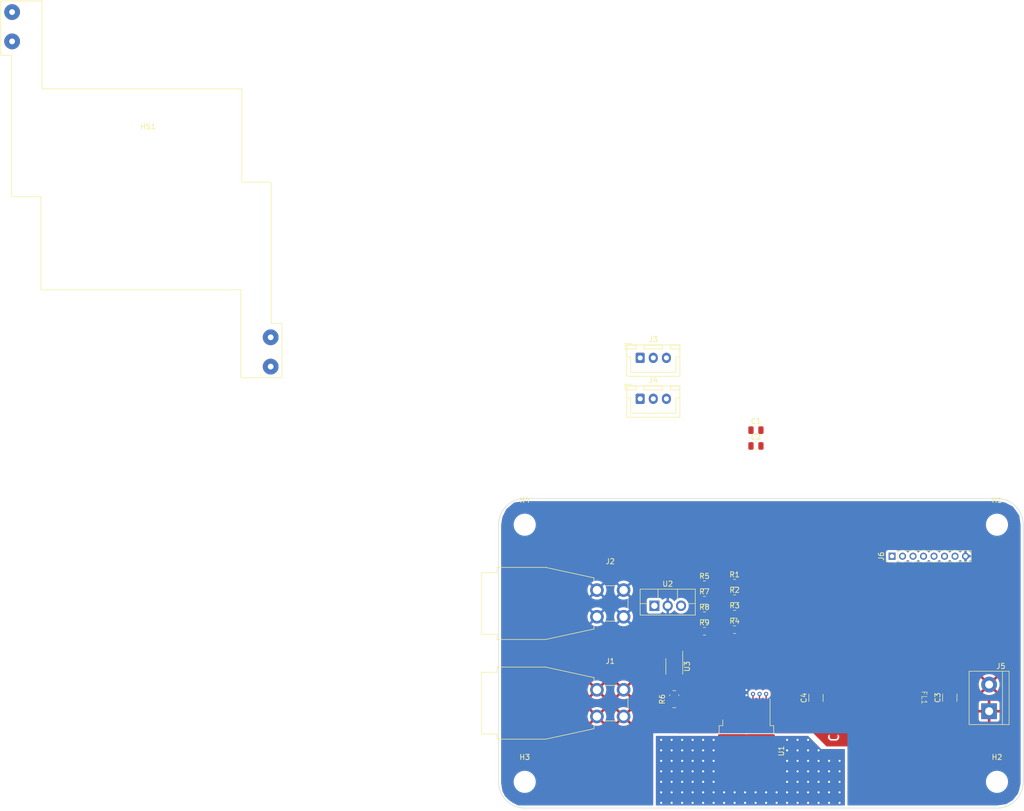
<source format=kicad_pcb>
(kicad_pcb (version 20221018) (generator pcbnew)
  (layers (0 "F.Cu" signal) (31 "B.Cu" signal) (34 "B.Paste" user) (35 "F.Paste" user) (36 "B.SilkS" user "B.Silkscreen") (37 "F.SilkS" user "F.Silkscreen") (38 "B.Mask" user) (39 "F.Mask" user) (44 "Edge.Cuts" user))
  (net 0 "")
  (net 1 "GND")
  (net 2 "+3.3V")
  (net 3 "Net-(J1-Pad1)")
  (net 4 "Net-(U1-Vin-)")
  (net 5 "Net-(U1-Vo)")
  (net 6 "+5V")
  (net 7 "Net-(J3-Pin_1)")
  (net 8 "Net-(J3-Pin_3)")
  (net 9 "Net-(U3-Vin+)")
  (net 10 "Net-(U3-Vin-)")
  (net 11 "/SDA")
  (net 12 "/SCL")
  (net 13 "/Alert")
  (net 14 "Net-(J4-Pin_1)")
  (net 15 "VCC")
  (net 17 "/ILim_set")
  (net 18 "Net-(J5-Pin_1)")
  (net 19 "Net-(J5-Pin_2)")
  (net 20 "/VLim_set")
  (net 21 "unconnected-(U1-EP-Pad8)")
  (footprint "Connector:CalTest_CT3151" (layer "F.Cu") (at 113.76 131.46)
    (fp_text reference "J1" (at 2.54 -5.46) (layer "F.SilkS"))
    (fp_text value "~")
    (fp_line (start -22.02 -3.33) (end -19.02 -3.33) (stroke (width 0.12)) (layer "F.SilkS"))
    (fp_line (start -22.02 8.41) (end -22.02 -3.33) (stroke (width 0.12)) (layer "F.SilkS"))
    (fp_line (start -19.02 -4.33) (end -9.79 -4.33) (stroke (width 0.12)) (layer "F.SilkS"))
    (fp_line (start -19.02 -3.33) (end -19.02 -4.33) (stroke (width 0.12)) (layer "F.SilkS"))
    (fp_line (start -19.02 8.41) (end -22.02 8.41) (stroke (width 0.12)) (layer "F.SilkS"))
    (fp_line (start -19.02 9.41) (end -19.02 8.41) (stroke (width 0.12)) (layer "F.SilkS"))
    (fp_line (start -9.79 -4.33) (end -0.561 -2.33) (stroke (width 0.12)) (layer "F.SilkS"))
    (fp_line (start -9.79 9.41) (end -19.02 9.41) (stroke (width 0.12)) (layer "F.SilkS"))
    (fp_line (start -0.561 -2.33) (end -0.561 -1.623) (stroke (width 0.12)) (layer "F.SilkS"))
    (fp_line (start -0.561 6.703) (end -0.561 7.41) (stroke (width 0.12)) (layer "F.SilkS"))
    (fp_line (start -0.561 7.41) (end -9.79 9.41) (stroke (width 0.12)) (layer "F.SilkS"))
    (fp_line (start 1.417 -0.84) (end 3.652 -0.84) (stroke (width 0.12)) (layer "F.SilkS"))
    (fp_line (start 3.653 5.92) (end 1.417 5.92) (stroke (width 0.12)) (layer "F.SilkS"))
    (fp_line (start 5.92 1.425) (end 5.92 3.656) (stroke (width 0.12)) (layer "F.SilkS"))
    (pad "1" thru_hole circle (at 0 0) (size 2.6 2.6) (drill 1.6) (layers "*.Cu" "*.Mask") (net 3 "Net-(J1-Pad1)"))
    (pad "1" thru_hole circle (at 0 5.08) (size 2.6 2.6) (drill 1.6) (layers "*.Cu" "*.Mask") (net 3 "Net-(J1-Pad1)"))
    (pad "1" thru_hole circle (at 5.08 0) (size 2.6 2.6) (drill 1.6) (layers "*.Cu" "*.Mask") (net 3 "Net-(J1-Pad1)"))
    (pad "1" thru_hole circle (at 5.08 5.08) (size 2.6 2.6) (drill 1.6) (layers "*.Cu" "*.Mask") (net 3 "Net-(J1-Pad1)"))
  )
  (footprint "Package_TO_SOT_SMD:TO-263-7_TabPin8" (layer "F.Cu") (at 142.25 143.125 -90)
    (fp_text reference "U1" (at 0 -6.65 90) (layer "F.SilkS"))
    (fp_text value "OPA548FKTWT")
    (fp_line (start -4.825 -5.2) (end -4.825 -4.51) (stroke (width 0.12)) (layer "F.SilkS"))
    (fp_line (start -4.825 -4.51) (end -9.95 -4.51) (stroke (width 0.12)) (layer "F.SilkS"))
    (fp_line (start -4.825 4.51) (end -5.925 4.51) (stroke (width 0.12)) (layer "F.SilkS"))
    (fp_line (start -4.825 5.2) (end -4.825 4.51) (stroke (width 0.12)) (layer "F.SilkS"))
    (fp_line (start -3.325 -5.2) (end -4.825 -5.2) (stroke (width 0.12)) (layer "F.SilkS"))
    (fp_line (start -3.325 5.2) (end -4.825 5.2) (stroke (width 0.12)) (layer "F.SilkS"))
    (pad "1" smd roundrect (at -7.65 -3.81 270) (size 4.6 0.8) (layers "F.Cu" "F.Paste" "F.Mask") (net 20 "/VLim_set"))
    (pad "2" smd roundrect (at -7.65 -2.54 270) (size 4.6 0.8) (layers "F.Cu" "F.Paste" "F.Mask") (net 4 "Net-(U1-Vin-)"))
    (pad "3" smd roundrect (at -7.65 -1.27 270) (size 4.6 0.8) (layers "F.Cu" "F.Paste" "F.Mask") (net 17 "/ILim_set"))
    (pad "4" smd roundrect (at -7.65 0 270) (size 4.6 0.8) (layers "F.Cu" "F.Paste" "F.Mask") (net 1 "GND"))
    (pad "5" smd roundrect (at -7.65 1.27 270) (size 4.6 0.8) (layers "F.Cu" "F.Paste" "F.Mask") (net 15 "VCC"))
    (pad "6" smd roundrect (at -7.65 2.54 270) (size 4.6 0.8) (layers "F.Cu" "F.Paste" "F.Mask") (net 5 "Net-(U1-Vo)"))
    (pad "7" smd roundrect (at -7.65 3.81 270) (size 4.6 0.8) (layers "F.Cu" "F.Paste" "F.Mask"))
    (pad "8" smd roundrect (at -0.925 -2.775 270) (size 4.55 5.25) (layers "F.Cu" "F.Paste") (roundrect_rratio 0.054945) (net 21 "unconnected-(U1-EP-Pad8)"))
    (pad "8" smd roundrect (at -0.925 2.775 270) (size 4.55 5.25) (layers "F.Cu" "F.Paste") (roundrect_rratio 0.054945) (net 21 "unconnected-(U1-EP-Pad8)"))
    (pad "8" smd roundrect (at 1.5 0 270) (size 9.4 10.8) (layers "F.Cu" "F.Mask") (roundrect_rratio 0.026596) (net 21 "unconnected-(U1-EP-Pad8)"))
    (pad "8" smd roundrect (at 3.925 -2.775 270) (size 4.55 5.25) (layers "F.Cu" "F.Paste") (roundrect_rratio 0.054945) (net 21 "unconnected-(U1-EP-Pad8)"))
    (pad "8" smd roundrect (at 3.925 2.775 270) (size 4.55 5.25) (layers "F.Cu" "F.Paste") (roundrect_rratio 0.054945) (net 21 "unconnected-(U1-EP-Pad8)"))
  )
  (footprint "Capacitor_SMD:C_0805_2012Metric" (layer "F.Cu") (at 144.065 84.985)
    (fp_text reference "C2" (at 0 -1.68) (layer "F.SilkS"))
    (fp_text value "100nF")
    (fp_line (start -0.261252 -0.735) (end 0.261252 -0.735) (stroke (width 0.12)) (layer "F.SilkS"))
    (fp_line (start -0.261252 0.735) (end 0.261252 0.735) (stroke (width 0.12)) (layer "F.SilkS"))
    (pad "1" smd roundrect (at -0.95 0) (size 1 1.45) (layers "F.Cu" "F.Paste" "F.Mask") (net 2 "+3.3V"))
    (pad "2" smd roundrect (at 0.95 0) (size 1 1.45) (layers "F.Cu" "F.Paste" "F.Mask") (net 1 "GND"))
  )
  (footprint "Resistor_SMD:R_0805_2012Metric" (layer "F.Cu") (at 140 117.05)
    (fp_text reference "R3" (at 0 -1.65) (layer "F.SilkS"))
    (fp_text value "499R")
    (fp_line (start -0.227064 -0.735) (end 0.227064 -0.735) (stroke (width 0.12)) (layer "F.SilkS"))
    (fp_line (start -0.227064 0.735) (end 0.227064 0.735) (stroke (width 0.12)) (layer "F.SilkS"))
    (pad "1" smd roundrect (at -0.9125 0) (size 1.025 1.4) (layers "F.Cu" "F.Paste" "F.Mask") (roundrect_rratio 0.243902) (net 8 "Net-(J3-Pin_3)"))
    (pad "2" smd roundrect (at 0.9125 0) (size 1.025 1.4) (layers "F.Cu" "F.Paste" "F.Mask") (roundrect_rratio 0.243902) (net 1 "GND"))
  )
  (footprint "Capacitor_SMD:C_1210_3225Metric" (layer "F.Cu") (at 181 132.96 90)
    (fp_text reference "C3" (at 0 -2.3 90) (layer "F.SilkS"))
    (fp_text value "1uF")
    (fp_line (start -0.711252 -1.36) (end 0.711252 -1.36) (stroke (width 0.12)) (layer "F.SilkS"))
    (fp_line (start -0.711252 1.36) (end 0.711252 1.36) (stroke (width 0.12)) (layer "F.SilkS"))
    (pad "1" smd roundrect (at -1.475 0 90) (size 1.15 2.7) (layers "F.Cu" "F.Paste" "F.Mask") (roundrect_rratio 0.217391) (net 18 "Net-(J5-Pin_1)"))
    (pad "2" smd roundrect (at 1.475 0 90) (size 1.15 2.7) (layers "F.Cu" "F.Paste" "F.Mask") (roundrect_rratio 0.217391) (net 19 "Net-(J5-Pin_2)"))
  )
  (footprint "MountingHole:MountingHole_3.7mm" (layer "F.Cu") (at 190 149)
    (fp_text reference "H2" (at 0 -4.7) (layer "F.SilkS"))
    (fp_text value "MountingHole")
    (pad "" np_thru_hole circle (at 0 0) (size 3.7 3.7) (drill 3.7) (layers "*.Cu" "*.Mask"))
  )
  (footprint "Resistor_SMD:R_0805_2012Metric" (layer "F.Cu") (at 140 114.1)
    (fp_text reference "R2" (at 0 -1.65) (layer "F.SilkS"))
    (fp_text value "1k")
    (fp_line (start -0.227064 -0.735) (end 0.227064 -0.735) (stroke (width 0.12)) (layer "F.SilkS"))
    (fp_line (start -0.227064 0.735) (end 0.227064 0.735) (stroke (width 0.12)) (layer "F.SilkS"))
    (pad "1" smd roundrect (at -0.9125 0) (size 1.025 1.4) (layers "F.Cu" "F.Paste" "F.Mask") (roundrect_rratio 0.243902) (net 6 "+5V"))
    (pad "2" smd roundrect (at 0.9125 0) (size 1.025 1.4) (layers "F.Cu" "F.Paste" "F.Mask") (roundrect_rratio 0.243902) (net 14 "Net-(J4-Pin_1)"))
  )
  (footprint "Resistor_SMD:R_0805_2012Metric" (layer "F.Cu") (at 140 120)
    (fp_text reference "R4" (at 0 -1.65) (layer "F.SilkS"))
    (fp_text value "10.5k")
    (fp_line (start -0.227064 -0.735) (end 0.227064 -0.735) (stroke (width 0.12)) (layer "F.SilkS"))
    (fp_line (start -0.227064 0.735) (end 0.227064 0.735) (stroke (width 0.12)) (layer "F.SilkS"))
    (pad "1" smd roundrect (at -0.9125 0) (size 1.025 1.4) (layers "F.Cu" "F.Paste" "F.Mask") (roundrect_rratio 0.243902) (net 6 "+5V"))
    (pad "2" smd roundrect (at 0.9125 0) (size 1.025 1.4) (layers "F.Cu" "F.Paste" "F.Mask") (roundrect_rratio 0.243902) (net 7 "Net-(J3-Pin_1)"))
  )
  (footprint "TerminalBlock:TerminalBlock_bornier-2_P5.08mm" (layer "F.Cu") (at 188.5 135.54 90)
    (fp_text reference "J5" (at 8.58 2.25 180) (layer "F.SilkS"))
    (fp_text value "Conn_01x02")
    (fp_line (start -2.54 -3.81) (end -2.54 3.81) (stroke (width 0.12)) (layer "F.SilkS"))
    (fp_line (start -2.54 3.81) (end 7.62 3.81) (stroke (width 0.12)) (layer "F.SilkS"))
    (fp_line (start 7.62 -3.81) (end -2.54 -3.81) (stroke (width 0.12)) (layer "F.SilkS"))
    (fp_line (start 7.62 2.54) (end -2.54 2.54) (stroke (width 0.12)) (layer "F.SilkS"))
    (fp_line (start 7.62 3.81) (end 7.62 -3.81) (stroke (width 0.12)) (layer "F.SilkS"))
    (pad "1" thru_hole rect (at 0 0 90) (size 3 3) (drill 1.52) (layers "*.Cu" "*.Mask") (net 18 "Net-(J5-Pin_1)"))
    (pad "2" thru_hole circle (at 5.08 0 90) (size 3 3) (drill 1.52) (layers "*.Cu" "*.Mask") (net 19 "Net-(J5-Pin_2)"))
  )
  (footprint "Resistor_SMD:R_0805_2012Metric" (layer "F.Cu") (at 134.25 120.3)
    (fp_text reference "R9" (at 0 -1.65) (layer "F.SilkS"))
    (fp_text value "9k")
    (fp_line (start -0.227064 -0.735) (end 0.227064 -0.735) (stroke (width 0.12)) (layer "F.SilkS"))
    (fp_line (start -0.227064 0.735) (end 0.227064 0.735) (stroke (width 0.12)) (layer "F.SilkS"))
    (pad "1" smd roundrect (at -0.9125 0) (size 1.025 1.4) (layers "F.Cu" "F.Paste" "F.Mask") (roundrect_rratio 0.243902) (net 13 "/Alert"))
    (pad "2" smd roundrect (at 0.9125 0) (size 1.025 1.4) (layers "F.Cu" "F.Paste" "F.Mask") (roundrect_rratio 0.243902) (net 2 "+3.3V"))
  )
  (footprint "Resistor_SMD:R_0805_2012Metric" (layer "F.Cu") (at 140 111.15)
    (fp_text reference "R1" (at 0 -1.65) (layer "F.SilkS"))
    (fp_text value "9k")
    (fp_line (start -0.227064 -0.735) (end 0.227064 -0.735) (stroke (width 0.12)) (layer "F.SilkS"))
    (fp_line (start -0.227064 0.735) (end 0.227064 0.735) (stroke (width 0.12)) (layer "F.SilkS"))
    (pad "1" smd roundrect (at -0.9125 0) (size 1.025 1.4) (layers "F.Cu" "F.Paste" "F.Mask") (roundrect_rratio 0.243902) (net 4 "Net-(U1-Vin-)"))
    (pad "2" smd roundrect (at 0.9125 0) (size 1.025 1.4) (layers "F.Cu" "F.Paste" "F.Mask") (roundrect_rratio 0.243902) (net 5 "Net-(U1-Vo)"))
  )
  (footprint "Heatsink:Heatsink_38x38mm_SpringFixation" (layer "F.Cu") (at 7.895 55.135)
    (fp_text reference "HS1" (at 20.32 -30.988) (layer "F.SilkS"))
    (fp_text value "Heatsink")
    (fp_line (start -7.75 -54.95) (end -7.75 -44.6) (stroke (width 0.12)) (layer "F.SilkS"))
    (fp_line (start -7.75 -44.6) (end -5.7 -44.6) (stroke (width 0.12)) (layer "F.SilkS"))
    (fp_line (start -5.7 -44.6) (end -5.7 -17.65) (stroke (width 0.12)) (layer "F.SilkS"))
    (fp_line (start -5.7 -17.65) (end -0.1 -17.65) (stroke (width 0.12)) (layer "F.SilkS"))
    (fp_line (start -0.1 -17.65) (end -0.1 0.1) (stroke (width 0.12)) (layer "F.SilkS"))
    (fp_line (start -0.1 0.1) (end 38 0.1) (stroke (width 0.12)) (layer "F.SilkS"))
    (fp_line (start 0.1 -54.95) (end -7.75 -54.95) (stroke (width 0.12)) (layer "F.SilkS"))
    (fp_line (start 0.1 -38.2) (end 0.1 -54.95) (stroke (width 0.12)) (layer "F.SilkS"))
    (fp_line (start 38 0.1) (end 38 16.85) (stroke (width 0.12)) (layer "F.SilkS"))
    (fp_line (start 38 16.85) (end 45.85 16.85) (stroke (width 0.12)) (layer "F.SilkS"))
    (fp_line (start 38.2 -38.2) (end 0.1 -38.2) (stroke (width 0.12)) (layer "F.SilkS"))
    (fp_line (start 38.2 -20.4) (end 38.2 -38.2) (stroke (width 0.12)) (layer "F.SilkS"))
    (fp_line (start 43.8 -20.4) (end 38.2 -20.4) (stroke (width 0.12)) (layer "F.SilkS"))
    (fp_line (start 43.8 6.5) (end 43.8 -20.4) (stroke (width 0.12)) (layer "F.SilkS"))
    (fp_line (start 45.85 6.5) (end 43.8 6.5) (stroke (width 0.12)) (layer "F.SilkS"))
    (fp_line (start 45.85 16.85) (end 45.85 6.5) (stroke (width 0.12)) (layer "F.SilkS"))
    (pad "1" thru_hole circle (at -5.588 -52.832) (size 2.99974 2.99974) (drill 1.09982) (layers "*.Cu" "*.Mask"))
    (pad "1" thru_hole circle (at -5.588 -47.244) (size 2.99974 2.99974) (drill 1.09982) (layers "*.Cu" "*.Mask"))
    (pad "1" thru_hole circle (at 43.688 9.144) (size 2.99974 2.99974) (drill 1.09982) (layers "*.Cu" "*.Mask"))
    (pad "1" thru_hole circle (at 43.688 14.732) (size 2.99974 2.99974) (drill 1.09982) (layers "*.Cu" "*.Mask"))
  )
  (footprint "Resistor_SMD:R_0805_2012Metric" (layer "F.Cu") (at 134.25 114.4)
    (fp_text reference "R7" (at 0 -1.65) (layer "F.SilkS"))
    (fp_text value "9k")
    (fp_line (start -0.227064 -0.735) (end 0.227064 -0.735) (stroke (width 0.12)) (layer "F.SilkS"))
    (fp_line (start -0.227064 0.735) (end 0.227064 0.735) (stroke (width 0.12)) (layer "F.SilkS"))
    (pad "1" smd roundrect (at -0.9125 0) (size 1.025 1.4) (layers "F.Cu" "F.Paste" "F.Mask") (roundrect_rratio 0.243902) (net 11 "/SDA"))
    (pad "2" smd roundrect (at 0.9125 0) (size 1.025 1.4) (layers "F.Cu" "F.Paste" "F.Mask") (roundrect_rratio 0.243902) (net 2 "+3.3V"))
  )
  (footprint "Package_TO_SOT_THT:TO-220F-3_Vertical" (layer "F.Cu") (at 124.71 115.445)
    (fp_text reference "U2" (at 2.54 -4.1675) (layer "F.SilkS"))
    (fp_text value "L7805")
    (fp_line (start -2.71 -3.168) (end -2.71 1.773) (stroke (width 0.12)) (layer "F.SilkS"))
    (fp_line (start -2.71 -3.168) (end 7.79 -3.168) (stroke (width 0.12)) (layer "F.SilkS"))
    (fp_line (start -2.71 -0.408) (end -1.103 -0.408) (stroke (width 0.12)) (layer "F.SilkS"))
    (fp_line (start -2.71 1.773) (end 7.79 1.773) (stroke (width 0.12)) (layer "F.SilkS"))
    (fp_line (start 0.69 -3.168) (end 0.69 -1.15) (stroke (width 0.12)) (layer "F.SilkS"))
    (fp_line (start 1.103 -0.408) (end 1.438 -0.408) (stroke (width 0.12)) (layer "F.SilkS"))
    (fp_line (start 3.643 -0.408) (end 3.978 -0.408) (stroke (width 0.12)) (layer "F.SilkS"))
    (fp_line (start 4.391 -3.168) (end 4.391 -1.15) (stroke (width 0.12)) (layer "F.SilkS"))
    (fp_line (start 6.183 -0.408) (end 7.79 -0.408) (stroke (width 0.12)) (layer "F.SilkS"))
    (fp_line (start 7.79 -3.168) (end 7.79 1.773) (stroke (width 0.12)) (layer "F.SilkS"))
    (pad "1" thru_hole rect (at 0 0) (size 1.905 2) (drill 1.2) (layers "*.Cu" "*.Mask") (net 15 "VCC"))
    (pad "2" thru_hole oval (at 2.54 0) (size 1.905 2) (drill 1.2) (layers "*.Cu" "*.Mask") (net 1 "GND"))
    (pad "3" thru_hole oval (at 5.08 0) (size 1.905 2) (drill 1.2) (layers "*.Cu" "*.Mask") (net 6 "+5V"))
  )
  (footprint "MountingHole:MountingHole_3.7mm" (layer "F.Cu") (at 100 100)
    (fp_text reference "H4" (at 0 -4.7) (layer "F.SilkS"))
    (fp_text value "MountingHole")
    (pad "" np_thru_hole circle (at 0 0) (size 3.7 3.7) (drill 3.7) (layers "*.Cu" "*.Mask"))
  )
  (footprint "Resistor_SMD:R_0805_2012Metric" (layer "F.Cu") (at 134.25 111.45)
    (fp_text reference "R5" (at 0 -1.65) (layer "F.SilkS"))
    (fp_text value "1k")
    (fp_line (start -0.227064 -0.735) (end 0.227064 -0.735) (stroke (width 0.12)) (layer "F.SilkS"))
    (fp_line (start -0.227064 0.735) (end 0.227064 0.735) (stroke (width 0.12)) (layer "F.SilkS"))
    (pad "1" smd roundrect (at -0.9125 0) (size 1.025 1.4) (layers "F.Cu" "F.Paste" "F.Mask") (roundrect_rratio 0.243902) (net 1 "GND"))
    (pad "2" smd roundrect (at 0.9125 0) (size 1.025 1.4) (layers "F.Cu" "F.Paste" "F.Mask") (roundrect_rratio 0.243902) (net 4 "Net-(U1-Vin-)"))
  )
  (footprint "Capacitor_SMD:C_1210_3225Metric" (layer "F.Cu") (at 155.5 133 90)
    (fp_text reference "C4" (at 0 -2.3 90) (layer "F.SilkS"))
    (fp_text value "1uF")
    (fp_line (start -0.711252 -1.36) (end 0.711252 -1.36) (stroke (width 0.12)) (layer "F.SilkS"))
    (fp_line (start -0.711252 1.36) (end 0.711252 1.36) (stroke (width 0.12)) (layer "F.SilkS"))
    (pad "1" smd roundrect (at -1.475 0 90) (size 1.15 2.7) (layers "F.Cu" "F.Paste" "F.Mask") (roundrect_rratio 0.217391) (net 15 "VCC"))
    (pad "2" smd roundrect (at 1.475 0 90) (size 1.15 2.7) (layers "F.Cu" "F.Paste" "F.Mask") (roundrect_rratio 0.217391) (net 1 "GND"))
  )
  (footprint "MountingHole:MountingHole_3.7mm" (layer "F.Cu") (at 190 100)
    (fp_text reference "H1" (at 0 -4.7) (layer "F.SilkS"))
    (fp_text value "MountingHole")
    (pad "" np_thru_hole circle (at 0 0) (size 3.7 3.7) (drill 3.7) (layers "*.Cu" "*.Mask"))
  )
  (footprint "Connector_PinHeader_2.00mm:PinHeader_1x08_P2.00mm_Vertical" (layer "F.Cu") (at 170 106 90)
    (fp_text reference "J6" (at 0 -2.06 90) (layer "F.SilkS"))
    (fp_text value "Conn_01x08")
    (fp_line (start -1.06 -1.06) (end 0 -1.06) (stroke (width 0.12)) (layer "F.SilkS"))
    (fp_line (start -1.06 0) (end -1.06 -1.06) (stroke (width 0.12)) (layer "F.SilkS"))
    (fp_line (start -1.06 1) (end -1.06 15.06) (stroke (width 0.12)) (layer "F.SilkS"))
    (fp_line (start -1.06 1) (end 1.06 1) (stroke (width 0.12)) (layer "F.SilkS"))
    (fp_line (start -1.06 15.06) (end 1.06 15.06) (stroke (width 0.12)) (layer "F.SilkS"))
    (fp_line (start 1.06 1) (end 1.06 15.06) (stroke (width 0.12)) (layer "F.SilkS"))
    (pad "1" thru_hole rect (at 0 0 90) (size 1.35 1.35) (drill 0.8) (layers "*.Cu" "*.Mask") (net 2 "+3.3V"))
    (pad "2" thru_hole oval (at 0 2 90) (size 1.35 1.35) (drill 0.8) (layers "*.Cu" "*.Mask") (net 6 "+5V"))
    (pad "3" thru_hole oval (at 0 4 90) (size 1.35 1.35) (drill 0.8) (layers "*.Cu" "*.Mask") (net 17 "/ILim_set"))
    (pad "4" thru_hole oval (at 0 6 90) (size 1.35 1.35) (drill 0.8) (layers "*.Cu" "*.Mask") (net 20 "/VLim_set"))
    (pad "5" thru_hole oval (at 0 8 90) (size 1.35 1.35) (drill 0.8) (layers "*.Cu" "*.Mask") (net 11 "/SDA"))
    (pad "6" thru_hole oval (at 0 10 90) (size 1.35 1.35) (drill 0.8) (layers "*.Cu" "*.Mask") (net 12 "/SCL"))
    (pad "7" thru_hole oval (at 0 12 90) (size 1.35 1.35) (drill 0.8) (layers "*.Cu" "*.Mask") (net 13 "/Alert"))
    (pad "8" thru_hole oval (at 0 14 90) (size 1.35 1.35) (drill 0.8) (layers "*.Cu" "*.Mask") (net 1 "GND"))
  )
  (footprint "Connector_JST:JST_XH_B3B-XH-A_1x03_P2.50mm_Vertical" (layer "F.Cu") (at 122 68.2)
    (fp_text reference "J3" (at 2.5 -3.55) (layer "F.SilkS"))
    (fp_text value "Conn_01x03")
    (fp_line (start -2.85 -2.75) (end -2.85 -1.5) (stroke (width 0.12)) (layer "F.SilkS"))
    (fp_line (start -2.56 -2.46) (end -2.56 3.51) (stroke (width 0.12)) (layer "F.SilkS"))
    (fp_line (start -2.56 3.51) (end 7.56 3.51) (stroke (width 0.12)) (layer "F.SilkS"))
    (fp_line (start -2.55 -2.45) (end -2.55 -1.7) (stroke (width 0.12)) (layer "F.SilkS"))
    (fp_line (start -2.55 -1.7) (end -0.75 -1.7) (stroke (width 0.12)) (layer "F.SilkS"))
    (fp_line (start -2.55 -0.2) (end -1.8 -0.2) (stroke (width 0.12)) (layer "F.SilkS"))
    (fp_line (start -1.8 -0.2) (end -1.8 2.75) (stroke (width 0.12)) (layer "F.SilkS"))
    (fp_line (start -1.8 2.75) (end 2.5 2.75) (stroke (width 0.12)) (layer "F.SilkS"))
    (fp_line (start -1.6 -2.75) (end -2.85 -2.75) (stroke (width 0.12)) (layer "F.SilkS"))
    (fp_line (start -0.75 -2.45) (end -2.55 -2.45) (stroke (width 0.12)) (layer "F.SilkS"))
    (fp_line (start -0.75 -1.7) (end -0.75 -2.45) (stroke (width 0.12)) (layer "F.SilkS"))
    (fp_line (start 0.75 -2.45) (end 0.75 -1.7) (stroke (width 0.12)) (layer "F.SilkS"))
    (fp_line (start 0.75 -1.7) (end 4.25 -1.7) (stroke (width 0.12)) (layer "F.SilkS"))
    (fp_line (start 4.25 -2.45) (end 0.75 -2.45) (stroke (width 0.12)) (layer "F.SilkS"))
    (fp_line (start 4.25 -1.7) (end 4.25 -2.45) (stroke (width 0.12)) (layer "F.SilkS"))
    (fp_line (start 5.75 -2.45) (end 5.75 -1.7) (stroke (width 0.12)) (layer "F.SilkS"))
    (fp_line (start 5.75 -1.7) (end 7.55 -1.7) (stroke (width 0.12)) (layer "F.SilkS"))
    (fp_line (start 6.8 -0.2) (end 6.8 2.75) (stroke (width 0.12)) (layer "F.SilkS"))
    (fp_line (start 6.8 2.75) (end 2.5 2.75) (stroke (width 0.12)) (layer "F.SilkS"))
    (fp_line (start 7.55 -2.45) (end 5.75 -2.45) (stroke (width 0.12)) (layer "F.SilkS"))
    (fp_line (start 7.55 -1.7) (end 7.55 -2.45) (stroke (width 0.12)) (layer "F.SilkS"))
    (fp_line (start 7.55 -0.2) (end 6.8 -0.2) (stroke (width 0.12)) (layer "F.SilkS"))
    (fp_line (start 7.56 -2.46) (end -2.56 -2.46) (stroke (width 0.12)) (layer "F.SilkS"))
    (fp_line (start 7.56 3.51) (end 7.56 -2.46) (stroke (width 0.12)) (layer "F.SilkS"))
    (pad "1" thru_hole roundrect (at 0 0) (size 1.7 1.95) (drill 0.95) (layers "*.Cu" "*.Mask") (roundrect_rratio 0.147059) (net 7 "Net-(J3-Pin_1)"))
    (pad "2" thru_hole oval (at 2.5 0) (size 1.7 1.95) (drill 0.95) (layers "*.Cu" "*.Mask") (net 20 "/VLim_set"))
    (pad "3" thru_hole oval (at 5 0) (size 1.7 1.95) (drill 0.95) (layers "*.Cu" "*.Mask") (net 8 "Net-(J3-Pin_3)"))
  )
  (footprint "Package_SO:VSSOP-10_3x3mm_P0.5mm" (layer "F.Cu") (at 128.5 127 -90)
    (fp_text reference "U3" (at 0 -2.45 -270) (layer "F.SilkS"))
    (fp_text value "INA226")
    (fp_line (start 0 -1.61) (end -2.925 -1.61) (stroke (width 0.12)) (layer "F.SilkS"))
    (fp_line (start 0 -1.61) (end 1.5 -1.61) (stroke (width 0.12)) (layer "F.SilkS"))
    (fp_line (start 0 1.61) (end -1.5 1.61) (stroke (width 0.12)) (layer "F.SilkS"))
    (fp_line (start 0 1.61) (end 1.5 1.61) (stroke (width 0.12)) (layer "F.SilkS"))
    (pad "1" smd roundrect (at -2.2 -1 270) (size 1.45 0.3) (layers "F.Cu" "F.Paste" "F.Mask") (net 1 "GND"))
    (pad "2" smd roundrect (at -2.2 -0.5 270) (size 1.45 0.3) (layers "F.Cu" "F.Paste" "F.Mask") (net 1 "GND"))
    (pad "3" smd roundrect (at -2.2 0 270) (size 1.45 0.3) (layers "F.Cu" "F.Paste" "F.Mask") (net 13 "/Alert"))
    (pad "4" smd roundrect (at -2.2 0.5 270) (size 1.45 0.3) (layers "F.Cu" "F.Paste" "F.Mask") (net 11 "/SDA"))
    (pad "5" smd roundrect (at -2.2 1 270) (size 1.45 0.3) (layers "F.Cu" "F.Paste" "F.Mask") (net 12 "/SCL"))
    (pad "6" smd roundrect (at 2.2 1 270) (size 1.45 0.3) (layers "F.Cu" "F.Paste" "F.Mask") (net 2 "+3.3V"))
    (pad "7" smd roundrect (at 2.2 0.5 270) (size 1.45 0.3) (layers "F.Cu" "F.Paste" "F.Mask") (net 1 "GND"))
    (pad "8" smd roundrect (at 2.2 0 270) (size 1.45 0.3) (layers "F.Cu" "F.Paste" "F.Mask") (net 5 "Net-(U1-Vo)"))
    (pad "9" smd roundrect (at 2.2 -0.5 270) (size 1.45 0.3) (layers "F.Cu" "F.Paste" "F.Mask") (net 10 "Net-(U3-Vin-)"))
    (pad "10" smd roundrect (at 2.2 -1 270) (size 1.45 0.3) (layers "F.Cu" "F.Paste" "F.Mask") (net 9 "Net-(U3-Vin+)"))
  )
  (footprint "Connector:CalTest_CT3151" (layer "F.Cu") (at 113.76 112.46)
    (fp_text reference "J2" (at 2.54 -5.46) (layer "F.SilkS"))
    (fp_text value "~")
    (fp_line (start -22.02 -3.33) (end -19.02 -3.33) (stroke (width 0.12)) (layer "F.SilkS"))
    (fp_line (start -22.02 8.41) (end -22.02 -3.33) (stroke (width 0.12)) (layer "F.SilkS"))
    (fp_line (start -19.02 -4.33) (end -9.79 -4.33) (stroke (width 0.12)) (layer "F.SilkS"))
    (fp_line (start -19.02 -3.33) (end -19.02 -4.33) (stroke (width 0.12)) (layer "F.SilkS"))
    (fp_line (start -19.02 8.41) (end -22.02 8.41) (stroke (width 0.12)) (layer "F.SilkS"))
    (fp_line (start -19.02 9.41) (end -19.02 8.41) (stroke (width 0.12)) (layer "F.SilkS"))
    (fp_line (start -9.79 -4.33) (end -0.561 -2.33) (stroke (width 0.12)) (layer "F.SilkS"))
    (fp_line (start -9.79 9.41) (end -19.02 9.41) (stroke (width 0.12)) (layer "F.SilkS"))
    (fp_line (start -0.561 -2.33) (end -0.561 -1.623) (stroke (width 0.12)) (layer "F.SilkS"))
    (fp_line (start -0.561 6.703) (end -0.561 7.41) (stroke (width 0.12)) (layer "F.SilkS"))
    (fp_line (start -0.561 7.41) (end -9.79 9.41) (stroke (width 0.12)) (layer "F.SilkS"))
    (fp_line (start 1.417 -0.84) (end 3.652 -0.84) (stroke (width 0.12)) (layer "F.SilkS"))
    (fp_line (start 3.653 5.92) (end 1.417 5.92) (stroke (width 0.12)) (layer "F.SilkS"))
    (fp_line (start 5.92 1.425) (end 5.92 3.656) (stroke (width 0.12)) (layer "F.SilkS"))
    (pad "1" thru_hole circle (at 0 0) (size 2.6 2.6) (drill 1.6) (layers "*.Cu" "*.Mask") (net 1 "GND"))
    (pad "1" thru_hole circle (at 0 5.08) (size 2.6 2.6) (drill 1.6) (layers "*.Cu" "*.Mask") (net 1 "GND"))
    (pad "1" thru_hole circle (at 5.08 0) (size 2.6 2.6) (drill 1.6) (layers "*.Cu" "*.Mask") (net 1 "GND"))
    (pad "1" thru_hole circle (at 5.08 5.08) (size 2.6 2.6) (drill 1.6) (layers "*.Cu" "*.Mask") (net 1 "GND"))
  )
  (footprint "Resistor_SMD:R_Shunt_Vishay_WSKW0612" (layer "F.Cu") (at 128.5 133.25 90)
    (fp_text reference "R6" (at 0 -2.3 90) (layer "F.SilkS"))
    (fp_text value "R_Shunt")
    (fp_line (start -1.625 0.3) (end -1.625 -0.3) (stroke (width 0.12)) (layer "F.SilkS"))
    (fp_line (start 0.65 -0.85) (end 0.875 -0.85) (stroke (width 0.12)) (layer "F.SilkS"))
    (fp_line (start 0.65 0.85) (end 0.875 0.85) (stroke (width 0.12)) (layer "F.SilkS"))
    (fp_line (start 1.625 0.3) (end 1.625 -0.3) (stroke (width 0.12)) (layer "F.SilkS"))
    (pad "1" smd rect (at -0.572 -0.885 90) (size 2.287 1.01) (layers "F.Cu" "F.Paste" "F.Mask") (net 3 "Net-(J1-Pad1)"))
    (pad "2" smd rect (at 1.334 -0.885 90) (size 0.762 1.01) (layers "F.Cu" "F.Paste" "F.Mask") (net 10 "Net-(U3-Vin-)"))
    (pad "3" smd rect (at 1.334 0.885 90) (size 0.762 1.01) (layers "F.Cu" "F.Paste" "F.Mask") (net 9 "Net-(U3-Vin+)"))
    (pad "4" smd rect (at -0.5715 0.885 90) (size 2.287 1.01) (layers "F.Cu" "F.Paste" "F.Mask") (net 5 "Net-(U1-Vo)"))
  )
  (footprint "Capacitor_SMD:C_0805_2012Metric" (layer "F.Cu") (at 144.065 81.975)
    (fp_text reference "C1" (at 0 -1.68) (layer "F.SilkS"))
    (fp_text value "10nF")
    (fp_line (start -0.261252 -0.735) (end 0.261252 -0.735) (stroke (width 0.12)) (layer "F.SilkS"))
    (fp_line (start -0.261252 0.735) (end 0.261252 0.735) (stroke (width 0.12)) (layer "F.SilkS"))
    (pad "1" smd roundrect (at -0.95 0) (size 1 1.45) (layers "F.Cu" "F.Paste" "F.Mask") (net 17 "/ILim_set"))
    (pad "2" smd roundrect (at 0.95 0) (size 1 1.45) (layers "F.Cu" "F.Paste" "F.Mask") (net 1 "GND"))
  )
  (footprint "Resistor_SMD:R_0805_2012Metric" (layer "F.Cu") (at 134.25 117.35)
    (fp_text reference "R8" (at 0 -1.65) (layer "F.SilkS"))
    (fp_text value "9k")
    (fp_line (start -0.227064 -0.735) (end 0.227064 -0.735) (stroke (width 0.12)) (layer "F.SilkS"))
    (fp_line (start -0.227064 0.735) (end 0.227064 0.735) (stroke (width 0.12)) (layer "F.SilkS"))
    (pad "1" smd roundrect (at -0.9125 0) (size 1.025 1.4) (layers "F.Cu" "F.Paste" "F.Mask") (roundrect_rratio 0.243902) (net 12 "/SCL"))
    (pad "2" smd roundrect (at 0.9125 0) (size 1.025 1.4) (layers "F.Cu" "F.Paste" "F.Mask") (roundrect_rratio 0.243902) (net 2 "+3.3V"))
  )
  (footprint "MyLib:P0420NL" (layer "F.Cu") (at 175.63 132.96 -90)
    (fp_text reference "FL1" (at 0 -0.5 -90 unlocked) (layer "F.SilkS") (effects (font (thickness 0.1))))
    (fp_text value "Filter_EMI_CommonMode")
    (pad "1" smd roundrect (at -5.65 0 270) (size 4.45 1.52) (layers "F.Cu" "F.Paste" "F.Mask") (net 19 "Net-(J5-Pin_2)"))
    (pad "2" smd roundrect (at -5.65 16.76 270) (size 4.45 1.52) (layers "F.Cu" "F.Paste" "F.Mask") (net 1 "GND"))
    (pad "3" smd roundrect (at 5.65 0 270) (size 4.45 1.52) (layers "F.Cu" "F.Paste" "F.Mask") (net 18 "Net-(J5-Pin_1)"))
    (pad "4" smd roundrect (at 5.65 16.76 270) (size 4.45 1.52) (layers "F.Cu" "F.Paste" "F.Mask") (net 15 "VCC"))
  )
  (footprint "MountingHole:MountingHole_3.7mm" (layer "F.Cu") (at 100 149)
    (fp_text reference "H3" (at 0 -4.7) (layer "F.SilkS"))
    (fp_text value "MountingHole")
    (pad "" np_thru_hole circle (at 0 0) (size 3.7 3.7) (drill 3.7) (layers "*.Cu" "*.Mask"))
  )
  (footprint "Connector_JST:JST_XH_B3B-XH-A_1x03_P2.50mm_Vertical" (layer "F.Cu") (at 122 76)
    (fp_text reference "J4" (at 2.5 -3.55) (layer "F.SilkS"))
    (fp_text value "Conn_01x03")
    (fp_line (start -2.85 -2.75) (end -2.85 -1.5) (stroke (width 0.12)) (layer "F.SilkS"))
    (fp_line (start -2.56 -2.46) (end -2.56 3.51) (stroke (width 0.12)) (layer "F.SilkS"))
    (fp_line (start -2.56 3.51) (end 7.56 3.51) (stroke (width 0.12)) (layer "F.SilkS"))
    (fp_line (start -2.55 -2.45) (end -2.55 -1.7) (stroke (width 0.12)) (layer "F.SilkS"))
    (fp_line (start -2.55 -1.7) (end -0.75 -1.7) (stroke (width 0.12)) (layer "F.SilkS"))
    (fp_line (start -2.55 -0.2) (end -1.8 -0.2) (stroke (width 0.12)) (layer "F.SilkS"))
    (fp_line (start -1.8 -0.2) (end -1.8 2.75) (stroke (width 0.12)) (layer "F.SilkS"))
    (fp_line (start -1.8 2.75) (end 2.5 2.75) (stroke (width 0.12)) (layer "F.SilkS"))
    (fp_line (start -1.6 -2.75) (end -2.85 -2.75) (stroke (width 0.12)) (layer "F.SilkS"))
    (fp_line (start -0.75 -2.45) (end -2.55 -2.45) (stroke (width 0.12)) (layer "F.SilkS"))
    (fp_line (start -0.75 -1.7) (end -0.75 -2.45) (stroke (width 0.12)) (layer "F.SilkS"))
    (fp_line (start 0.75 -2.45) (end 0.75 -1.7) (stroke (width 0.12)) (layer "F.SilkS"))
    (fp_line (start 0.75 -1.7) (end 4.25 -1.7) (stroke (width 0.12)) (layer "F.SilkS"))
    (fp_line (start 4.25 -2.45) (end 0.75 -2.45) (stroke (width 0.12)) (layer "F.SilkS"))
    (fp_line (start 4.25 -1.7) (end 4.25 -2.45) (stroke (width 0.12)) (layer "F.SilkS"))
    (fp_line (start 5.75 -2.45) (end 5.75 -1.7) (stroke (width 0.12)) (layer "F.SilkS"))
    (fp_line (start 5.75 -1.7) (end 7.55 -1.7) (stroke (width 0.12)) (layer "F.SilkS"))
    (fp_line (start 6.8 -0.2) (end 6.8 2.75) (stroke (width 0.12)) (layer "F.SilkS"))
    (fp_line (start 6.8 2.75) (end 2.5 2.75) (stroke (width 0.12)) (layer "F.SilkS"))
    (fp_line (start 7.55 -2.45) (end 5.75 -2.45) (stroke (width 0.12)) (layer "F.SilkS"))
    (fp_line (start 7.55 -1.7) (end 7.55 -2.45) (stroke (width 0.12)) (layer "F.SilkS"))
    (fp_line (start 7.55 -0.2) (end 6.8 -0.2) (stroke (width 0.12)) (layer "F.SilkS"))
    (fp_line (start 7.56 -2.46) (end -2.56 -2.46) (stroke (width 0.12)) (layer "F.SilkS"))
    (fp_line (start 7.56 3.51) (end 7.56 -2.46) (stroke (width 0.12)) (layer "F.SilkS"))
    (pad "1" thru_hole roundrect (at 0 0) (size 1.7 1.95) (drill 0.95) (layers "*.Cu" "*.Mask") (roundrect_rratio 0.147059) (net 14 "Net-(J4-Pin_1)"))
    (pad "2" thru_hole oval (at 2.5 0) (size 1.7 1.95) (drill 0.95) (layers "*.Cu" "*.Mask") (net 17 "/ILim_set"))
    (pad "3" thru_hole oval (at 5 0) (size 1.7 1.95) (drill 0.95) (layers "*.Cu" "*.Mask") (net 1 "GND"))
  )
  (gr_arc (start 95 100) (mid 96.464466 96.464466) (end 100 95) (stroke (width 0.1)) (layer "Edge.Cuts"))
  (gr_line (start 95 100) (end 95 149) (stroke (width 0.1)) (layer "Edge.Cuts"))
  (gr_arc (start 190 95) (mid 193.535534 96.464466) (end 195 100) (stroke (width 0.1)) (layer "Edge.Cuts"))
  (gr_arc (start 100 154) (mid 96.464466 152.535534) (end 95 149) (stroke (width 0.1)) (layer "Edge.Cuts"))
  (gr_line (start 190 154) (end 100 154) (stroke (width 0.1)) (layer "Edge.Cuts"))
  (gr_line (start 190 95) (end 100 95) (stroke (width 0.1)) (layer "Edge.Cuts"))
  (gr_line (start 195 149) (end 195 100) (stroke (width 0.1)) (layer "Edge.Cuts"))
  (gr_arc (start 195 149) (mid 193.535534 152.535534) (end 190 154) (stroke (width 0.1)) (layer "Edge.Cuts"))
  (segment (start 142.25 131.5) (end 142.25 135.475) (width 0.75) (layer "F.Cu") (net 1))
  (via (at 142.25 132.5) (size 0.8) (drill 0.4) (layers "F.Cu" "B.Cu") (net 1))
  (via (at 142.25 131.5) (size 0.8) (drill 0.4) (layers "F.Cu" "B.Cu") (net 1))
  (segment (start 144.75 135.435) (end 144.79 135.475) (width 0.25) (layer "F.Cu") (net 4))
  (segment (start 144.75 132.25) (end 144.75 135.435) (width 0.25) (layer "F.Cu") (net 4))
  (via (at 144.75 132.25) (size 0.8) (drill 0.4) (layers "F.Cu" "B.Cu") (net 4))
  (segment (start 130.75 128.25) (end 131.25 128.75) (width 0.25) (layer "F.Cu") (net 5))
  (segment (start 128.5 128.25) (end 128.75 128) (width 0.25) (layer "F.Cu") (net 5))
  (segment (start 130.5 128) (end 130.75 128.25) (width 0.25) (layer "F.Cu") (net 5))
  (segment (start 131.25 128.75) (end 131.25 133) (width 0.25) (layer "F.Cu") (net 5))
  (segment (start 130.25 128) (end 130.5 128) (width 0.25) (layer "F.Cu") (net 5))
  (segment (start 128.5 129.2) (end 128.5 128.25) (width 0.25) (layer "F.Cu") (net 5))
  (segment (start 128.75 128) (end 130.25 128) (width 0.25) (layer "F.Cu") (net 5))
  (segment (start 129.5 129.2) (end 129.5 131.801) (width 0.25) (layer "F.Cu") (net 9))
  (segment (start 129.5 131.801) (end 129.385 131.916) (width 0.25) (layer "F.Cu") (net 9))
  (segment (start 127.75 131) (end 127.615 131.135) (width 0.25) (layer "F.Cu") (net 10))
  (segment (start 128 131) (end 127.75 131) (width 0.25) (layer "F.Cu") (net 10))
  (segment (start 129 129.2) (end 129 130) (width 0.25) (layer "F.Cu") (net 10))
  (segment (start 129 130) (end 128 131) (width 0.25) (layer "F.Cu") (net 10))
  (segment (start 127.615 131.135) (end 127.615 131.916) (width 0.25) (layer "F.Cu") (net 10))
  (segment (start 143.5 132.25) (end 143.5 135.455) (width 0.25) (layer "F.Cu") (net 17))
  (segment (start 143.5 135.455) (end 143.52 135.475) (width 0.25) (layer "F.Cu") (net 17))
  (via (at 143.5 132.25) (size 0.8) (drill 0.4) (layers "F.Cu" "B.Cu") (net 17))
  (segment (start 146 135.415) (end 146.06 135.475) (width 0.25) (layer "F.Cu") (net 20))
  (segment (start 146 132.25) (end 146 135.415) (width 0.25) (layer "F.Cu") (net 20))
  (via (at 146 132.25) (size 0.8) (drill 0.4) (layers "F.Cu" "B.Cu") (net 20))
  (via (at 150 147) (size 0.8) (drill 0.4) (layers "F.Cu" "B.Cu") (net 21))
  (via (at 150 151) (size 0.8) (drill 0.4) (layers "F.Cu" "B.Cu") (net 21))
  (via (at 136 141) (size 0.8) (drill 0.4) (layers "F.Cu" "B.Cu") (net 21))
  (via (at 154 147) (size 0.8) (drill 0.4) (layers "F.Cu" "B.Cu") (net 21))
  (via (at 158 147) (size 0.8) (drill 0.4) (layers "F.Cu" "B.Cu") (net 21))
  (via (at 134 149) (size 0.8) (drill 0.4) (layers "F.Cu" "B.Cu") (net 21))
  (via (at 136 151) (size 0.8) (drill 0.4) (layers "F.Cu" "B.Cu") (net 21))
  (via (at 130 141) (size 0.8) (drill 0.4) (layers "F.Cu" "B.Cu") (net 21))
  (via (at 150 153) (size 0.8) (drill 0.4) (layers "F.Cu" "B.Cu") (net 21))
  (via (at 126 143) (size 0.8) (drill 0.4) (layers "F.Cu" "B.Cu") (net 21))
  (via (at 128 147) (size 0.8) (drill 0.4) (layers "F.Cu" "B.Cu") (net 21))
  (via (at 128 145) (size 0.8) (drill 0.4) (layers "F.Cu" "B.Cu") (net 21))
  (via (at 132 149) (size 0.8) (drill 0.4) (layers "F.Cu" "B.Cu") (net 21))
  (via (at 152 153) (size 0.8) (drill 0.4) (layers "F.Cu" "B.Cu") (net 21))
  (via (at 156 147) (size 0.8) (drill 0.4) (layers "F.Cu" "B.Cu") (net 21))
  (via (at 140 151) (size 0.8) (drill 0.4) (layers "F.Cu" "B.Cu") (net 21))
  (via (at 130 147) (size 0.8) (drill 0.4) (layers "F.Cu" "B.Cu") (net 21))
  (via (at 158 153) (size 0.8) (drill 0.4) (layers "F.Cu" "B.Cu") (net 21))
  (via (at 148 153) (size 0.8) (drill 0.4) (layers "F.Cu" "B.Cu") (net 21))
  (via (at 158 151) (size 0.8) (drill 0.4) (layers "F.Cu" "B.Cu") (net 21))
  (via (at 132 151) (size 0.8) (drill 0.4) (layers "F.Cu" "B.Cu") (net 21))
  (via (at 130 153) (size 0.8) (drill 0.4) (layers "F.Cu" "B.Cu") (net 21))
  (via (at 150 143) (size 0.8) (drill 0.4) (layers "F.Cu" "B.Cu") (net 21))
  (via (at 154 153) (size 0.8) (drill 0.4) (layers "F.Cu" "B.Cu") (net 21))
  (via (at 144 151) (size 0.8) (drill 0.4) (layers "F.Cu" "B.Cu") (net 21))
  (via (at 126 145) (size 0.8) (drill 0.4) (layers "F.Cu" "B.Cu") (net 21))
  (via (at 126 149) (size 0.8) (drill 0.4) (layers "F.Cu" "B.Cu") (net 21))
  (via (at 136 153) (size 0.8) (drill 0.4) (layers "F.Cu" "B.Cu") (net 21))
  (via (at 160 153) (size 0.8) (drill 0.4) (layers "F.Cu" "B.Cu") (net 21))
  (via (at 130 151) (size 0.8) (drill 0.4) (layers "F.Cu" "B.Cu") (net 21))
  (via (at 156 151) (size 0.8) (drill 0.4) (layers "F.Cu" "B.Cu") (net 21))
  (via (at 160 151) (size 0.8) (drill 0.4) (layers "F.Cu" "B.Cu") (net 21))
  (via (at 154 141) (size 0.8) (drill 0.4) (layers "F.Cu" "B.Cu") (net 21))
  (via (at 154 143) (size 0.8) (drill 0.4) (layers "F.Cu" "B.Cu") (net 21))
  (via (at 146 151) (size 0.8) (drill 0.4) (layers "F.Cu" "B.Cu") (net 21))
  (via (at 136 147) (size 0.8) (drill 0.4) (layers "F.Cu" "B.Cu") (net 21))
  (via (at 150 149) (size 0.8) (drill 0.4) (layers "F.Cu" "B.Cu") (net 21))
  (via (at 154 145) (size 0.8) (drill 0.4) (layers "F.Cu" "B.Cu") (net 21))
  (via (at 158 149) (size 0.8) (drill 0.4) (layers "F.Cu" "B.Cu") (net 21))
  (via (at 146 153) (size 0.8) (drill 0.4) (layers "F.Cu" "B.Cu") (net 21))
  (via (at 150 145) (size 0.8) (drill 0.4) (layers "F.Cu" "B.Cu") (net 21))
  (via (at 134 153) (size 0.8) (drill 0.4) (layers "F.Cu" "B.Cu") (net 21))
  (via (at 160 147) (size 0.8) (drill 0.4) (layers "F.Cu" "B.Cu") (net 21))
  (via (at 136 145) (size 0.8) (drill 0.4) (layers "F.Cu" "B.Cu") (net 21))
  (via (at 128 153) (size 0.8) (drill 0.4) (layers "F.Cu" "B.Cu") (net 21))
  (via (at 152 145) (size 0.8) (drill 0.4) (layers "F.Cu" "B.Cu") (net 21))
  (via (at 134 143) (size 0.8) (drill 0.4) (layers "F.Cu" "B.Cu") (net 21))
  (via (at 144 153) (size 0.8) (drill 0.4) (layers "F.Cu" "B.Cu") (net 21))
  (via (at 152 143) (size 0.8) (drill 0.4) (layers "F.Cu" "B.Cu") (net 21))
  (via (at 130 149) (size 0.8) (drill 0.4) (layers "F.Cu" "B.Cu") (net 21))
  (via (at 132 141) (size 0.8) (drill 0.4) (layers "F.Cu" "B.Cu") (net 21))
  (via (at 142 151) (size 0.8) (drill 0.4) (layers "F.Cu" "B.Cu") (net 21))
  (via (at 156 149) (size 0.8) (drill 0.4) (layers "F.Cu" "B.Cu") (net 21))
  (via (at 148 151) (size 0.8) (drill 0.4) (layers "F.Cu" "B.Cu") (net 21))
  (via (at 134 145) (size 0.8) (drill 0.4) (layers "F.Cu" "B.Cu") (net 21))
  (via (at 160 145) (size 0.8) (drill 0.4) (layers "F.Cu" "B.Cu") (net 21))
  (via (at 134 151) (size 0.8) (drill 0.4) (layers "F.Cu" "B.Cu") (net 21))
  (via (at 152 151) (size 0.8) (drill 0.4) (layers "F.Cu" "B.Cu") (net 21))
  (via (at 128 151) (size 0.8) (drill 0.4) (layers "F.Cu" "B.Cu") (net 21))
  (via (at 132 147) (size 0.8) (drill 0.4) (layers "F.Cu" "B.Cu") (net 21))
  (via (at 138 151) (size 0.8) (drill 0.4) (layers "F.Cu" "B.Cu") (net 21))
  (via (at 136 143) (size 0.8) (drill 0.4) (layers "F.Cu" "B.Cu") (net 21))
  (via (at 126 153) (size 0.8) (drill 0.4) (layers "F.Cu" "B.Cu") (net 21))
  (via (at 132 143) (size 0.8) (drill 0.4) (layers "F.Cu" "B.Cu") (net 21))
  (via (at 126 151) (size 0.8) (drill 0.4) (layers "F.Cu" "B.Cu") (net 21))
  (via (at 128 143) (size 0.8) (drill 0.4) (layers "F.Cu" "B.Cu") (net 21))
  (via (at 150 141) (size 0.8) (drill 0.4) (layers "F.Cu" "B.Cu") (net 21))
  (via (at 132 145) (size 0.8) (drill 0.4) (layers "F.Cu" "B.Cu") (net 21))
  (via (at 154 149) (size 0.8) (drill 0.4) (layers "F.Cu" "B.Cu") (net 21))
  (via (at 154 151) (size 0.8) (drill 0.4) (layers "F.Cu" "B.Cu") (net 21))
  (via (at 152 147) (size 0.8) (drill 0.4) (layers "F.Cu" "B.Cu") (net 21))
  (via (at 140 153) (size 0.8) (drill 0.4) (layers "F.Cu" "B.Cu") (net 21))
  (via (at 138 153) (size 0.8) (drill 0.4) (layers "F.Cu" "B.Cu") (net 21))
  (via (at 156 145) (size 0.8) (drill 0.4) (layers "F.Cu" "B.Cu") (net 21))
  (via (at 152 149) (size 0.8) (drill 0.4) (layers "F.Cu" "B.Cu") (net 21))
  (via (at 128 149) (size 0.8) (drill 0.4) (layers "F.Cu" "B.Cu") (net 21))
  (via (at 134 147) (size 0.8) (drill 0.4) (layers "F.Cu" "B.Cu") (net 21))
  (via (at 158 145) (size 0.8) (drill 0.4) (layers "F.Cu" "B.Cu") (net 21))
  (via (at 156 143) (size 0.8) (drill 0.4) (layers "F.Cu" "B.Cu") (net 21))
  (via (at 130 143) (size 0.8) (drill 0.4) (layers "F.Cu" "B.Cu") (net 21))
  (via (at 126 141) (size 0.8) (drill 0.4) (layers "F.Cu" "B.Cu") (net 21))
  (via (at 160 149) (size 0.8) (drill 0.4) (layers "F.Cu" "B.Cu") (net 21))
  (via (at 142 153) (size 0.8) (drill 0.4) (layers "F.Cu" "B.Cu") (net 21))
  (via (at 134 141) (size 0.8) (drill 0.4) (layers "F.Cu" "B.Cu") (net 21))
  (via (at 136 149) (size 0.8) (drill 0.4) (layers "F.Cu" "B.Cu") (net 21))
  (via (at 132 153) (size 0.8) (drill 0.4) (layers "F.Cu" "B.Cu") (net 21))
  (via (at 130 145) (size 0.8) (drill 0.4) (layers "F.Cu" "B.Cu") (net 21))
  (via (at 156 153) (size 0.8) (drill 0.4) (layers "F.Cu" "B.Cu") (net 21))
  (via (at 152 141) (size 0.8) (drill 0.4) (layers "F.Cu" "B.Cu") (net 21))
  (via (at 128 141) (size 0.8) (drill 0.4) (layers "F.Cu" "B.Cu") (net 21))
  (via (at 126 147) (size 0.8) (drill 0.4) (layers "F.Cu" "B.Cu") (net 21))
  (zone (net 21) (net_name "unconnected-(U1-EP-Pad8)") (layer "F.Cu") (priority 6) (connect_pads (clearance 0.5)) (min_thickness 0.25) (fill yes (thermal_gap 0.3) (thermal_bridge_width 0.8))
    (polygon (pts (xy 125 140.25) (xy 154 140.25) (xy 156.5 142.75) (xy 161 142.75) (xy 161 153.5) (xy 125 153.5)))
  )
  (zone (net 15) (net_name "VCC") (layer "F.Cu") (priority 5) (connect_pads (clearance 0.5)) (min_thickness 0.25) (fill yes (thermal_gap 0.3) (thermal_bridge_width 0.8))
    (polygon (pts (xy 140.5 139.5) (xy 140.75 139.75) (xy 155 139.75) (xy 157.5 142.25) (xy 162.5 142.25) (xy 162.5 133.75) (xy 162 133.25) (xy 151.25 133.25) (xy 149.75 131.75) (xy 147.25 129.25) (xy 145 129.25) (xy 141 129.25) (xy 140.5 129.75)))
  )
  (zone (net 3) (net_name "Net-(J1-Pad1)") (layer "F.Cu") (priority 2) (connect_pads (clearance 0.5)) (min_thickness 0.25) (fill yes (thermal_gap 0.5) (thermal_bridge_width 0.5))
    (polygon (pts (xy 110 127.5) (xy 122.5 127.5) (xy 125 130) (xy 125 132) (xy 125.5 132.5) (xy 128.25 132.5) (xy 128.5 132.75) (xy 128.5 135.75) (xy 128.25 136) (xy 125.5 136) (xy 125 136.5) (xy 125 138.5) (xy 123.25 140.25) (xy 110 140.25)))
  )
  (zone (net 19) (net_name "Net-(J5-Pin_2)") (layer "F.Cu") (connect_pads (clearance 0.5)) (min_thickness 0.25) (fill yes (thermal_gap 0.5) (thermal_bridge_width 0.5))
    (polygon (pts (xy 174 124) (xy 174 132.25) (xy 174.5 132.75) (xy 192.75 132.75) (xy 192.75 124)))
  )
  (zone (net 18) (net_name "Net-(J5-Pin_1)") (layer "F.Cu") (priority 1) (connect_pads (clearance 0.5)) (min_thickness 0.25) (fill yes (thermal_gap 0.5) (thermal_bridge_width 0.5))
    (polygon (pts (xy 192.75 133.25) (xy 174.5 133.25) (xy 174 133.75) (xy 174 141.75) (xy 192.75 141.75)))
  )
  (zone (net 5) (net_name "Net-(U1-Vo)") (layer "F.Cu") (priority 4) (connect_pads (clearance 0.5)) (min_thickness 0.25) (fill yes (thermal_gap 0.3) (thermal_bridge_width 0.8))
    (polygon (pts (xy 140.25 131.5) (xy 140.25 139.5) (xy 140 139.75) (xy 129.25 139.75) (xy 128.75 139.25) (xy 128.75 136) (xy 128.75 132.75) (xy 129 132.5) (xy 131.25 132.5) (xy 132.25 131.5)))
  )
  (zone (net 21) (net_name "unconnected-(U1-EP-Pad8)") (layer "B.Cu") (priority 7) (connect_pads (clearance 0.5)) (min_thickness 0.25) (fill yes (thermal_gap 0.3) (thermal_bridge_width 0.8))
    (polygon (pts (xy 125 153.5) (xy 125 140.25) (xy 154 140.25) (xy 156.5 142.75) (xy 161 142.75) (xy 161 153.5)))
  )
  (zone (net 1) (net_name "GND") (layer "B.Cu") (priority 3) (connect_pads (clearance 0.5)) (min_thickness 0.25) (fill yes (thermal_gap 0.5) (thermal_bridge_width 0.5))
    (polygon (pts (xy 95.75 98.5) (xy 96.5 97) (xy 98 95.75) (xy 100 95.5) (xy 105 95.5) (xy 185 95.5) (xy 190 95.5) (xy 191.5 95.75) (xy 193 96.5) (xy 193.75 97.5) (xy 194.25 98.25) (xy 194.5 100) (xy 194.5 105) (xy 194.5 144) (xy 194.5 149.25) (xy 194.25 150.5) (xy 194 151.25) (xy 193 152.5) (xy 191.75 153.25) (xy 190 153.5) (xy 177.5 153.5) (xy 161.5 153.5) (xy 161.5 139.75) (xy 157 139.75) (xy 124.5 139.75) (xy 124.5 153.5) (xy 100 153.5) (xy 98.75 153.5) (xy 97.75 153) (xy 97 152.5) (xy 96.25 151.75) (xy 95.75 150.75) (xy 95.5 149.25) (xy 95.5 145) (xy 95.5 105) (xy 95.5 100)))
  )
)
</source>
